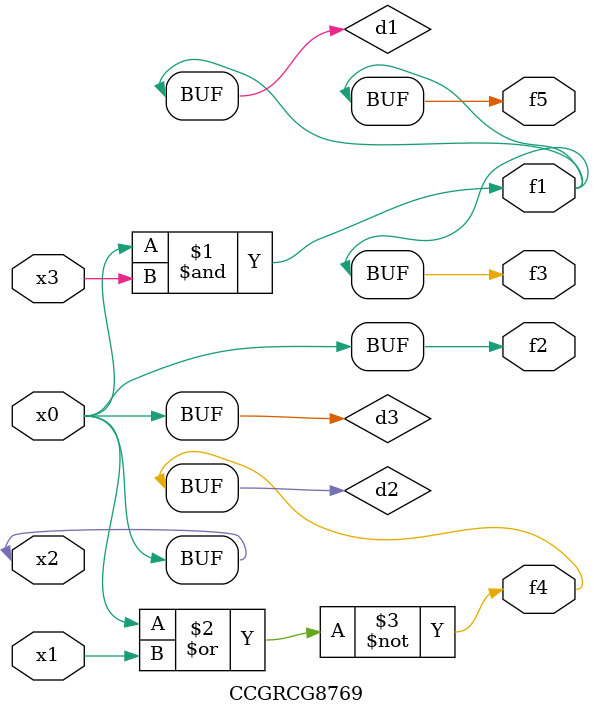
<source format=v>
module CCGRCG8769(
	input x0, x1, x2, x3,
	output f1, f2, f3, f4, f5
);

	wire d1, d2, d3;

	and (d1, x2, x3);
	nor (d2, x0, x1);
	buf (d3, x0, x2);
	assign f1 = d1;
	assign f2 = d3;
	assign f3 = d1;
	assign f4 = d2;
	assign f5 = d1;
endmodule

</source>
